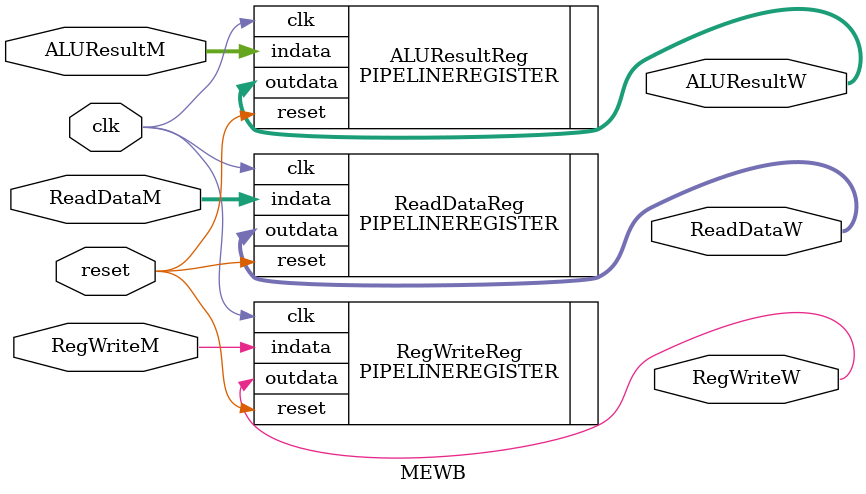
<source format=sv>
module MEWB(clk, reset, ReadDataM, ALUResultM, RegWriteM, ReadDataW, ALUResultW, RegWriteW);
    input clk;
    input reset;
    input [15:0] ReadDataM;
    input [15:0] ALUResultM;
    input RegWriteM;
    output wire [15:0] ReadDataW;
    output wire [15:0] ALUResultW;
    output wire RegWriteW;

    PIPELINEREGISTER #(16) ReadDataReg(.indata(ReadDataM), .outdata(ReadDataW), .clk(clk), .reset(reset));
    PIPELINEREGISTER #(16) ALUResultReg(.indata(ALUResultM), .outdata(ALUResultW), .clk(clk), .reset(reset));
    PIPELINEREGISTER #(1) RegWriteReg(.indata(RegWriteM), .outdata(RegWriteW), .clk(clk), .reset(reset));

endmodule : MEWB

</source>
